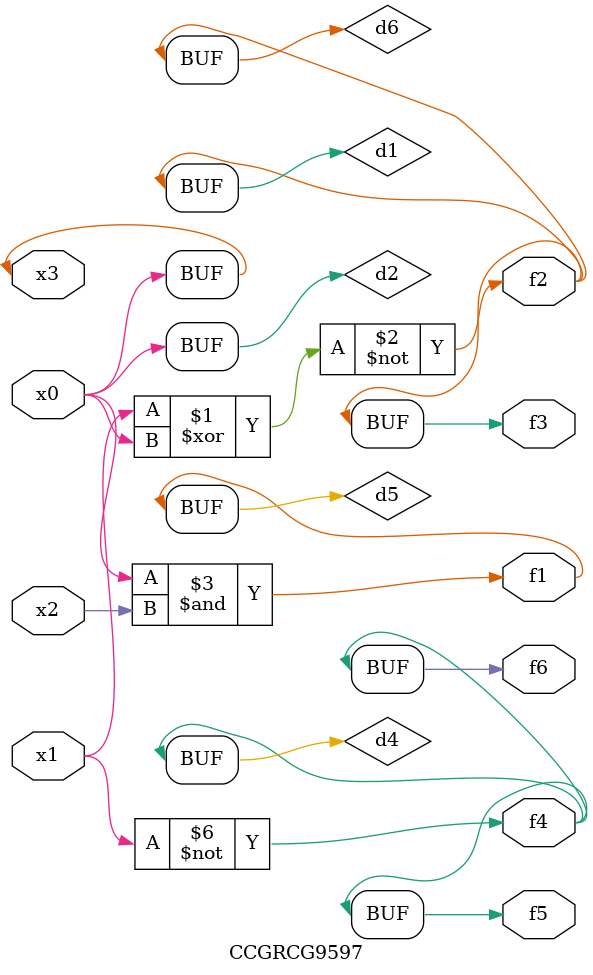
<source format=v>
module CCGRCG9597(
	input x0, x1, x2, x3,
	output f1, f2, f3, f4, f5, f6
);

	wire d1, d2, d3, d4, d5, d6;

	xnor (d1, x1, x3);
	buf (d2, x0, x3);
	nand (d3, x0, x2);
	not (d4, x1);
	nand (d5, d3);
	or (d6, d1);
	assign f1 = d5;
	assign f2 = d6;
	assign f3 = d6;
	assign f4 = d4;
	assign f5 = d4;
	assign f6 = d4;
endmodule

</source>
